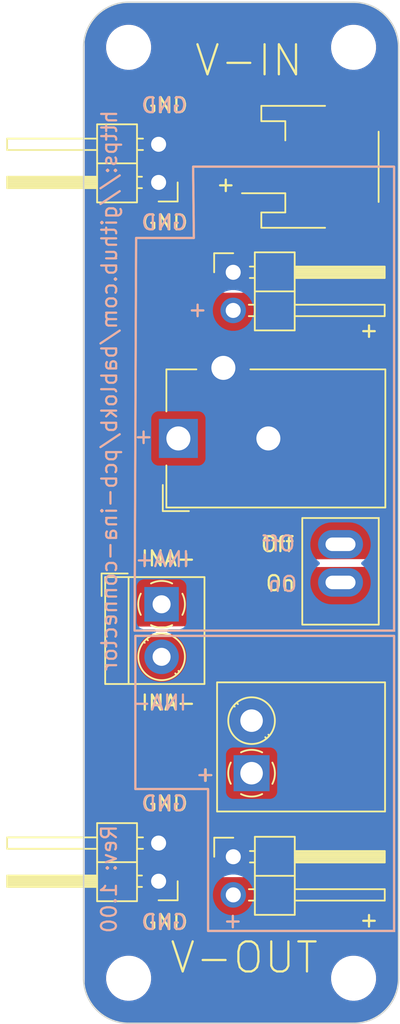
<source format=kicad_pcb>
(kicad_pcb (version 20221018) (generator pcbnew)
  (layers (0 "F.Cu" signal) (31 "B.Cu" signal) (34 "B.Paste" user) (35 "F.Paste" user) (36 "B.SilkS" user "B.Silkscreen") (37 "F.SilkS" user "F.Silkscreen") (38 "B.Mask" user) (39 "F.Mask" user) (44 "Edge.Cuts" user))
  (net 0 "")
  (net 1 "GND")
  (net 2 "Net-(J1-Pin_1)")
  (net 3 "Net-(J4-Pin_1)")
  (net 4 "Net-(J6-Pin_1)")
  (footprint "MountingHole:MountingHole_2.5mm" (layer "F.Cu") (at 118 115)
    (fp_text reference "H3" hide)
    (fp_text value "MountingHole" hide)
    (pad "" np_thru_hole circle (at 0 0) (size 2.5 2.5) (drill 2.5) (layers "*.Cu" "*.Mask"))
  )
  (footprint "MountingHole:MountingHole_2.5mm" (layer "F.Cu") (at 103 115)
    (fp_text reference "H4" hide)
    (fp_text value "MountingHole" hide)
    (pad "" np_thru_hole circle (at 0 0) (size 2.5 2.5) (drill 2.5) (layers "*.Cu" "*.Mask"))
  )
  (footprint "Connector_PinHeader_2.54mm:PinHeader_1x02_P2.54mm_Horizontal" (layer "F.Cu") (at 109.97868 106.91)
    (fp_text reference "J5" hide)
    (fp_text value "Vout Header*" hide)
    (fp_line (start -1.27 -1.27) (end 0 -1.27) (stroke (width 0.12)) (layer "F.SilkS"))
    (fp_line (start -1.27 0) (end -1.27 -1.27) (stroke (width 0.12)) (layer "F.SilkS"))
    (fp_line (start 1.042929 2.16) (end 1.44 2.16) (stroke (width 0.12)) (layer "F.SilkS"))
    (fp_line (start 1.042929 2.92) (end 1.44 2.92) (stroke (width 0.12)) (layer "F.SilkS"))
    (fp_line (start 1.11 -0.38) (end 1.44 -0.38) (stroke (width 0.12)) (layer "F.SilkS"))
    (fp_line (start 1.11 0.38) (end 1.44 0.38) (stroke (width 0.12)) (layer "F.SilkS"))
    (fp_line (start 1.44 -1.33) (end 1.44 3.87) (stroke (width 0.12)) (layer "F.SilkS"))
    (fp_line (start 1.44 1.27) (end 4.1 1.27) (stroke (width 0.12)) (layer "F.SilkS"))
    (fp_line (start 1.44 3.87) (end 4.1 3.87) (stroke (width 0.12)) (layer "F.SilkS"))
    (fp_line (start 4.1 -1.33) (end 1.44 -1.33) (stroke (width 0.12)) (layer "F.SilkS"))
    (fp_line (start 4.1 -0.38) (end 10.1 -0.38) (stroke (width 0.12)) (layer "F.SilkS"))
    (fp_line (start 4.1 -0.32) (end 10.1 -0.32) (stroke (width 0.12)) (layer "F.SilkS"))
    (fp_line (start 4.1 -0.2) (end 10.1 -0.2) (stroke (width 0.12)) (layer "F.SilkS"))
    (fp_line (start 4.1 -0.08) (end 10.1 -0.08) (stroke (width 0.12)) (layer "F.SilkS"))
    (fp_line (start 4.1 0.04) (end 10.1 0.04) (stroke (width 0.12)) (layer "F.SilkS"))
    (fp_line (start 4.1 0.16) (end 10.1 0.16) (stroke (width 0.12)) (layer "F.SilkS"))
    (fp_line (start 4.1 0.28) (end 10.1 0.28) (stroke (width 0.12)) (layer "F.SilkS"))
    (fp_line (start 4.1 2.16) (end 10.1 2.16) (stroke (width 0.12)) (layer "F.SilkS"))
    (fp_line (start 4.1 3.87) (end 4.1 -1.33) (stroke (width 0.12)) (layer "F.SilkS"))
    (fp_line (start 10.1 -0.38) (end 10.1 0.38) (stroke (width 0.12)) (layer "F.SilkS"))
    (fp_line (start 10.1 0.38) (end 4.1 0.38) (stroke (width 0.12)) (layer "F.SilkS"))
    (fp_line (start 10.1 2.16) (end 10.1 2.92) (stroke (width 0.12)) (layer "F.SilkS"))
    (fp_line (start 10.1 2.92) (end 4.1 2.92) (stroke (width 0.12)) (layer "F.SilkS"))
    (pad "1" thru_hole rect (at 0 0) (size 1.7 1.7) (drill 1) (layers "*.Cu" "*.Mask") (net 1 "GND"))
    (pad "2" thru_hole oval (at 0 2.54) (size 1.7 1.7) (drill 1) (layers "*.Cu" "*.Mask") (net 3 "Net-(J4-Pin_1)"))
  )
  (footprint "user:TerminalBlock_MetzConnect_Type182_PT11302HBBN_1x02_P3.50mm_Horizontal" (layer "F.Cu") (at 111.1989 101.34514 90)
    (fp_text reference "J4" hide)
    (fp_text value "Vout AKL" hide)
    (fp_line (start -2.55 -2.3) (end -2.55 8.9) (stroke (width 0.12)) (layer "F.SilkS"))
    (fp_line (start -2.55 -2.3) (end 6.05 -2.3) (stroke (width 0.12)) (layer "F.SilkS"))
    (fp_line (start -2.55 8.9) (end 6.05 8.9) (stroke (width 0.12)) (layer "F.SilkS"))
    (fp_line (start 2.397 0.914) (end 2.321 0.99) (stroke (width 0.12)) (layer "F.SilkS"))
    (fp_line (start 2.565 1.125) (end 2.511 1.18) (stroke (width 0.12)) (layer "F.SilkS"))
    (fp_line (start 4.49 -1.18) (end 4.436 -1.126) (stroke (width 0.12)) (layer "F.SilkS"))
    (fp_line (start 4.68 -0.99) (end 4.604 -0.914) (stroke (width 0.12)) (layer "F.SilkS"))
    (fp_line (start 6.05 -2.3) (end 6.05 8.9) (stroke (width 0.12)) (layer "F.SilkS"))
    (fp_arc (start -1.386645 0.705733) (mid -1.555906 -0.000711) (end -1.386 -0.707) (stroke (width 0.12)) (layer "F.SilkS"))
    (fp_arc (start -0.705733 -1.386645) (mid 0.000711 -1.555906) (end 0.707 -1.386) (stroke (width 0.12)) (layer "F.SilkS"))
    (fp_arc (start 0.026444 1.555682) (mid -0.350695 1.515869) (end -0.707 1.386) (stroke (width 0.12)) (layer "F.SilkS"))
    (fp_arc (start 0.705955 1.385515) (mid 0.363007 1.512035) (end 0 1.555) (stroke (width 0.12)) (layer "F.SilkS"))
    (fp_arc (start 1.386645 -0.705733) (mid 1.555906 0.000711) (end 1.386 0.707) (stroke (width 0.12)) (layer "F.SilkS"))
    (fp_circle (center 3.5 0) (end 5.055 0) (stroke (width 0.12)) (fill none) (layer "F.SilkS"))
    (pad "1" thru_hole rect (at 0 0 90) (size 2.4 2.4) (drill 1.5) (layers "*.Cu" "*.Mask") (net 3 "Net-(J4-Pin_1)"))
    (pad "2" thru_hole circle (at 3.5 0 90) (size 2.4 2.4) (drill 1.5) (layers "*.Cu" "*.Mask") (net 1 "GND"))
  )
  (footprint "user:TerminalBlock_MetzConnect_Type059_RT06302HBWC_1x02_P3.50mm_Horizontal" (layer "F.Cu") (at 105.19846 90.09486 -90)
    (fp_text reference "J6" hide)
    (fp_text value "Conn_INA" hide)
    (fp_line (start -2.05 2.26) (end -2.05 4) (stroke (width 0.12)) (layer "F.SilkS"))
    (fp_line (start -2.05 4) (end -0.55 4) (stroke (width 0.12)) (layer "F.SilkS"))
    (fp_line (start -1.81 -2.86) (end -1.81 3.76) (stroke (width 0.12)) (layer "F.SilkS"))
    (fp_line (start -1.81 -2.86) (end 5.31 -2.86) (stroke (width 0.12)) (layer "F.SilkS"))
    (fp_line (start -1.81 2.2) (end 5.31 2.2) (stroke (width 0.12)) (layer "F.SilkS"))
    (fp_line (start -1.81 3.76) (end 5.31 3.76) (stroke (width 0.12)) (layer "F.SilkS"))
    (fp_line (start 2.397 0.914) (end 2.321 0.99) (stroke (width 0.12)) (layer "F.SilkS"))
    (fp_line (start 2.565 1.125) (end 2.511 1.18) (stroke (width 0.12)) (layer "F.SilkS"))
    (fp_line (start 4.49 -1.18) (end 4.436 -1.126) (stroke (width 0.12)) (layer "F.SilkS"))
    (fp_line (start 4.68 -0.99) (end 4.604 -0.914) (stroke (width 0.12)) (layer "F.SilkS"))
    (fp_line (start 5.31 -2.86) (end 5.31 3.76) (stroke (width 0.12)) (layer "F.SilkS"))
    (fp_arc (start -1.386645 0.705733) (mid -1.555906 -0.000711) (end -1.386 -0.707) (stroke (width 0.12)) (layer "F.SilkS"))
    (fp_arc (start -0.705733 -1.386645) (mid 0.000711 -1.555906) (end 0.707 -1.386) (stroke (width 0.12)) (layer "F.SilkS"))
    (fp_arc (start 0.026444 1.555682) (mid -0.350695 1.515869) (end -0.707 1.386) (stroke (width 0.12)) (layer "F.SilkS"))
    (fp_arc (start 0.705955 1.385515) (mid 0.363007 1.512035) (end 0 1.555) (stroke (width 0.12)) (layer "F.SilkS"))
    (fp_arc (start 1.386645 -0.705733) (mid 1.555906 0.000711) (end 1.386 0.707) (stroke (width 0.12)) (layer "F.SilkS"))
    (fp_circle (center 3.5 0) (end 5.055 0) (stroke (width 0.12)) (fill none) (layer "F.SilkS"))
    (pad "1" thru_hole rect (at 0 0 270) (size 2.3 2.3) (drill 1.2) (layers "*.Cu" "*.Mask") (net 4 "Net-(J6-Pin_1)"))
    (pad "2" thru_hole circle (at 3.5 0 270) (size 2.3 2.3) (drill 1.2) (layers "*.Cu" "*.Mask") (net 3 "Net-(J4-Pin_1)"))
  )
  (footprint "Connector_PinHeader_2.54mm:PinHeader_1x02_P2.54mm_Horizontal" (layer "F.Cu") (at 105 62 180)
    (fp_text reference "J7" hide)
    (fp_text value "GND" hide)
    (fp_line (start -1.27 -1.27) (end 0 -1.27) (stroke (width 0.12)) (layer "F.SilkS"))
    (fp_line (start -1.27 0) (end -1.27 -1.27) (stroke (width 0.12)) (layer "F.SilkS"))
    (fp_line (start 1.042929 2.16) (end 1.44 2.16) (stroke (width 0.12)) (layer "F.SilkS"))
    (fp_line (start 1.042929 2.92) (end 1.44 2.92) (stroke (width 0.12)) (layer "F.SilkS"))
    (fp_line (start 1.11 -0.38) (end 1.44 -0.38) (stroke (width 0.12)) (layer "F.SilkS"))
    (fp_line (start 1.11 0.38) (end 1.44 0.38) (stroke (width 0.12)) (layer "F.SilkS"))
    (fp_line (start 1.44 -1.33) (end 1.44 3.87) (stroke (width 0.12)) (layer "F.SilkS"))
    (fp_line (start 1.44 1.27) (end 4.1 1.27) (stroke (width 0.12)) (layer "F.SilkS"))
    (fp_line (start 1.44 3.87) (end 4.1 3.87) (stroke (width 0.12)) (layer "F.SilkS"))
    (fp_line (start 4.1 -1.33) (end 1.44 -1.33) (stroke (width 0.12)) (layer "F.SilkS"))
    (fp_line (start 4.1 -0.38) (end 10.1 -0.38) (stroke (width 0.12)) (layer "F.SilkS"))
    (fp_line (start 4.1 -0.32) (end 10.1 -0.32) (stroke (width 0.12)) (layer "F.SilkS"))
    (fp_line (start 4.1 -0.2) (end 10.1 -0.2) (stroke (width 0.12)) (layer "F.SilkS"))
    (fp_line (start 4.1 -0.08) (end 10.1 -0.08) (stroke (width 0.12)) (layer "F.SilkS"))
    (fp_line (start 4.1 0.04) (end 10.1 0.04) (stroke (width 0.12)) (layer "F.SilkS"))
    (fp_line (start 4.1 0.16) (end 10.1 0.16) (stroke (width 0.12)) (layer "F.SilkS"))
    (fp_line (start 4.1 0.28) (end 10.1 0.28) (stroke (width 0.12)) (layer "F.SilkS"))
    (fp_line (start 4.1 2.16) (end 10.1 2.16) (stroke (width 0.12)) (layer "F.SilkS"))
    (fp_line (start 4.1 3.87) (end 4.1 -1.33) (stroke (width 0.12)) (layer "F.SilkS"))
    (fp_line (start 10.1 -0.38) (end 10.1 0.38) (stroke (width 0.12)) (layer "F.SilkS"))
    (fp_line (start 10.1 0.38) (end 4.1 0.38) (stroke (width 0.12)) (layer "F.SilkS"))
    (fp_line (start 10.1 2.16) (end 10.1 2.92) (stroke (width 0.12)) (layer "F.SilkS"))
    (fp_line (start 10.1 2.92) (end 4.1 2.92) (stroke (width 0.12)) (layer "F.SilkS"))
    (pad "1" thru_hole rect (at 0 0 180) (size 1.7 1.7) (drill 1) (layers "*.Cu" "*.Mask") (net 1 "GND"))
    (pad "2" thru_hole oval (at 0 2.54 180) (size 1.7 1.7) (drill 1) (layers "*.Cu" "*.Mask") (net 1 "GND"))
  )
  (footprint "user:BarrelJack_CUI_PJ-102AH_Horizontal" (layer "F.Cu") (at 106.31868 79.05 90)
    (fp_text reference "J3" hide)
    (fp_text value "Vin Barrel-Jack" hide)
    (fp_line (start -4.84 -1.04) (end -3.1 -1.04) (stroke (width 0.12)) (layer "F.SilkS"))
    (fp_line (start -4.84 0.7) (end -4.84 -1.04) (stroke (width 0.12)) (layer "F.SilkS"))
    (fp_line (start -4.6 -0.8) (end -1.8 -0.8) (stroke (width 0.12)) (layer "F.SilkS"))
    (fp_line (start -4.6 13.8) (end -4.6 -0.8) (stroke (width 0.12)) (layer "F.SilkS"))
    (fp_line (start 1.8 -0.8) (end 4.6 -0.8) (stroke (width 0.12)) (layer "F.SilkS"))
    (fp_line (start 4.6 -0.8) (end 4.6 1.2) (stroke (width 0.12)) (layer "F.SilkS"))
    (fp_line (start 4.6 4.8) (end 4.6 13.8) (stroke (width 0.12)) (layer "F.SilkS"))
    (fp_line (start 4.6 13.8) (end -4.6 13.8) (stroke (width 0.12)) (layer "F.SilkS"))
    (pad "1" thru_hole rect (at 0 0 90) (size 2.6 2.6) (drill 1.6) (layers "*.Cu" "*.Mask") (net 2 "Net-(J1-Pin_1)"))
    (pad "2" thru_hole circle (at 0 6 90) (size 2.6 2.6) (drill 1.6) (layers "*.Cu" "*.Mask") (net 1 "GND"))
    (pad "3" thru_hole circle (at 4.7 3 90) (size 2.6 2.6) (drill 1.6) (layers "*.Cu" "*.Mask") (net 1 "GND"))
  )
  (footprint "user:JST_PH_S2B-PH-SM4-TB_1x02-1MP_P2.00mm_Horizontal" (layer "F.Cu") (at 115.15868 60.96 90)
    (fp_text reference "J1" hide)
    (fp_text value "Vin JST-PH2" hide)
    (fp_line (start -4.06 -3.31) (end -3.04 -3.31) (stroke (width 0.12)) (layer "F.SilkS"))
    (fp_line (start -4.06 0.94) (end -4.06 -3.31) (stroke (width 0.12)) (layer "F.SilkS"))
    (fp_line (start -3.04 -3.31) (end -3.04 -1.71) (stroke (width 0.12)) (layer "F.SilkS"))
    (fp_line (start -3.04 -1.71) (end -1.76 -1.71) (stroke (width 0.12)) (layer "F.SilkS"))
    (fp_line (start -2.34 4.51) (end 2.34 4.51) (stroke (width 0.12)) (layer "F.SilkS"))
    (fp_line (start -1.76 -1.71) (end -1.76 -4.6) (stroke (width 0.12)) (layer "F.SilkS"))
    (fp_line (start 3.04 -3.31) (end 3.04 -1.71) (stroke (width 0.12)) (layer "F.SilkS"))
    (fp_line (start 3.04 -1.71) (end 1.76 -1.71) (stroke (width 0.12)) (layer "F.SilkS"))
    (fp_line (start 4.06 -3.31) (end 3.04 -3.31) (stroke (width 0.12)) (layer "F.SilkS"))
    (fp_line (start 4.06 0.94) (end 4.06 -3.31) (stroke (width 0.12)) (layer "F.SilkS"))
    (pad "1" smd roundrect (at -1 -2.85 90) (size 1 3.5) (layers "F.Cu" "F.Paste" "F.Mask") (net 2 "Net-(J1-Pin_1)"))
    (pad "2" smd roundrect (at 1 -2.85 90) (size 1 3.5) (layers "F.Cu" "F.Paste" "F.Mask") (net 1 "GND"))
    (pad "MP" smd roundrect (at -3.35 2.9 90) (size 1.5 3.4) (layers "F.Cu" "F.Paste" "F.Mask") (roundrect_rratio 0.1666673333))
    (pad "MP" smd roundrect (at 3.35 2.9 90) (size 1.5 3.4) (layers "F.Cu" "F.Paste" "F.Mask") (roundrect_rratio 0.1666673333))
  )
  (footprint "MountingHole:MountingHole_2.5mm" (layer "F.Cu") (at 103 53)
    (fp_text reference "H1" hide)
    (fp_text value "MountingHole" hide)
    (pad "" np_thru_hole circle (at 0 0) (size 2.5 2.5) (drill 2.5) (layers "*.Cu" "*.Mask"))
  )
  (footprint "Connector_PinHeader_2.54mm:PinHeader_1x02_P2.54mm_Horizontal" (layer "F.Cu") (at 109.97368 67.985)
    (fp_text reference "J2" hide)
    (fp_text value "Vin Header*" hide)
    (fp_line (start -1.27 -1.27) (end 0 -1.27) (stroke (width 0.12)) (layer "F.SilkS"))
    (fp_line (start -1.27 0) (end -1.27 -1.27) (stroke (width 0.12)) (layer "F.SilkS"))
    (fp_line (start 1.042929 2.16) (end 1.44 2.16) (stroke (width 0.12)) (layer "F.SilkS"))
    (fp_line (start 1.042929 2.92) (end 1.44 2.92) (stroke (width 0.12)) (layer "F.SilkS"))
    (fp_line (start 1.11 -0.38) (end 1.44 -0.38) (stroke (width 0.12)) (layer "F.SilkS"))
    (fp_line (start 1.11 0.38) (end 1.44 0.38) (stroke (width 0.12)) (layer "F.SilkS"))
    (fp_line (start 1.44 -1.33) (end 1.44 3.87) (stroke (width 0.12)) (layer "F.SilkS"))
    (fp_line (start 1.44 1.27) (end 4.1 1.27) (stroke (width 0.12)) (layer "F.SilkS"))
    (fp_line (start 1.44 3.87) (end 4.1 3.87) (stroke (width 0.12)) (layer "F.SilkS"))
    (fp_line (start 4.1 -1.33) (end 1.44 -1.33) (stroke (width 0.12)) (layer "F.SilkS"))
    (fp_line (start 4.1 -0.38) (end 10.1 -0.38) (stroke (width 0.12)) (layer "F.SilkS"))
    (fp_line (start 4.1 -0.32) (end 10.1 -0.32) (stroke (width 0.12)) (layer "F.SilkS"))
    (fp_line (start 4.1 -0.2) (end 10.1 -0.2) (stroke (width 0.12)) (layer "F.SilkS"))
    (fp_line (start 4.1 -0.08) (end 10.1 -0.08) (stroke (width 0.12)) (layer "F.SilkS"))
    (fp_line (start 4.1 0.04) (end 10.1 0.04) (stroke (width 0.12)) (layer "F.SilkS"))
    (fp_line (start 4.1 0.16) (end 10.1 0.16) (stroke (width 0.12)) (layer "F.SilkS"))
    (fp_line (start 4.1 0.28) (end 10.1 0.28) (stroke (width 0.12)) (layer "F.SilkS"))
    (fp_line (start 4.1 2.16) (end 10.1 2.16) (stroke (width 0.12)) (layer "F.SilkS"))
    (fp_line (start 4.1 3.87) (end 4.1 -1.33) (stroke (width 0.12)) (layer "F.SilkS"))
    (fp_line (start 10.1 -0.38) (end 10.1 0.38) (stroke (width 0.12)) (layer "F.SilkS"))
    (fp_line (start 10.1 0.38) (end 4.1 0.38) (stroke (width 0.12)) (layer "F.SilkS"))
    (fp_line (start 10.1 2.16) (end 10.1 2.92) (stroke (width 0.12)) (layer "F.SilkS"))
    (fp_line (start 10.1 2.92) (end 4.1 2.92) (stroke (width 0.12)) (layer "F.SilkS"))
    (pad "1" thru_hole rect (at 0 0) (size 1.7 1.7) (drill 1) (layers "*.Cu" "*.Mask") (net 1 "GND"))
    (pad "2" thru_hole oval (at 0 2.54) (size 1.7 1.7) (drill 1) (layers "*.Cu" "*.Mask") (net 2 "Net-(J1-Pin_1)"))
  )
  (footprint "user:Kippschalter_On-Off" (layer "F.Cu") (at 117.12868 86.1 -90)
    (fp_text reference "SW1" hide)
    (fp_text value "SW_SPST" hide)
    (fp_text user "Off" (at 0 4.2 unlocked) (layer "F.SilkS"))
    (fp_text user "On" (at 2.6 4 unlocked) (layer "F.SilkS"))
    (fp_rect (start -1.75 -2.55) (end 5.35 2.55) (stroke (width 0.12)) (fill none) (layer "F.SilkS"))
    (pad "1" thru_hole oval (at 0 0 270) (size 1.9 3) (drill oval 0.9 2) (layers "*.Cu" "*.Mask") (net 2 "Net-(J1-Pin_1)"))
    (pad "2" thru_hole oval (at 2.54 0 270) (size 1.9 3) (drill oval 0.9 2) (layers "*.Cu" "*.Mask") (net 4 "Net-(J6-Pin_1)"))
  )
  (footprint "Connector_PinHeader_2.54mm:PinHeader_1x02_P2.54mm_Horizontal" (layer "F.Cu") (at 105 108.54 180)
    (fp_text reference "J8" hide)
    (fp_text value "GND" hide)
    (fp_line (start -1.27 -1.27) (end 0 -1.27) (stroke (width 0.12)) (layer "F.SilkS"))
    (fp_line (start -1.27 0) (end -1.27 -1.27) (stroke (width 0.12)) (layer "F.SilkS"))
    (fp_line (start 1.042929 2.16) (end 1.44 2.16) (stroke (width 0.12)) (layer "F.SilkS"))
    (fp_line (start 1.042929 2.92) (end 1.44 2.92) (stroke (width 0.12)) (layer "F.SilkS"))
    (fp_line (start 1.11 -0.38) (end 1.44 -0.38) (stroke (width 0.12)) (layer "F.SilkS"))
    (fp_line (start 1.11 0.38) (end 1.44 0.38) (stroke (width 0.12)) (layer "F.SilkS"))
    (fp_line (start 1.44 -1.33) (end 1.44 3.87) (stroke (width 0.12)) (layer "F.SilkS"))
    (fp_line (start 1.44 1.27) (end 4.1 1.27) (stroke (width 0.12)) (layer "F.SilkS"))
    (fp_line (start 1.44 3.87) (end 4.1 3.87) (stroke (width 0.12)) (layer "F.SilkS"))
    (fp_line (start 4.1 -1.33) (end 1.44 -1.33) (stroke (width 0.12)) (layer "F.SilkS"))
    (fp_line (start 4.1 -0.38) (end 10.1 -0.38) (stroke (width 0.12)) (layer "F.SilkS"))
    (fp_line (start 4.1 -0.32) (end 10.1 -0.32) (stroke (width 0.12)) (layer "F.SilkS"))
    (fp_line (start 4.1 -0.2) (end 10.1 -0.2) (stroke (width 0.12)) (layer "F.SilkS"))
    (fp_line (start 4.1 -0.08) (end 10.1 -0.08) (stroke (width 0.12)) (layer "F.SilkS"))
    (fp_line (start 4.1 0.04) (end 10.1 0.04) (stroke (width 0.12)) (layer "F.SilkS"))
    (fp_line (start 4.1 0.16) (end 10.1 0.16) (stroke (width 0.12)) (layer "F.SilkS"))
    (fp_line (start 4.1 0.28) (end 10.1 0.28) (stroke (width 0.12)) (layer "F.SilkS"))
    (fp_line (start 4.1 2.16) (end 10.1 2.16) (stroke (width 0.12)) (layer "F.SilkS"))
    (fp_line (start 4.1 3.87) (end 4.1 -1.33) (stroke (width 0.12)) (layer "F.SilkS"))
    (fp_line (start 10.1 -0.38) (end 10.1 0.38) (stroke (width 0.12)) (layer "F.SilkS"))
    (fp_line (start 10.1 0.38) (end 4.1 0.38) (stroke (width 0.12)) (layer "F.SilkS"))
    (fp_line (start 10.1 2.16) (end 10.1 2.92) (stroke (width 0.12)) (layer "F.SilkS"))
    (fp_line (start 10.1 2.92) (end 4.1 2.92) (stroke (width 0.12)) (layer "F.SilkS"))
    (pad "1" thru_hole rect (at 0 0 180) (size 1.7 1.7) (drill 1) (layers "*.Cu" "*.Mask") (net 1 "GND"))
    (pad "2" thru_hole oval (at 0 2.54 180) (size 1.7 1.7) (drill 1) (layers "*.Cu" "*.Mask") (net 1 "GND"))
  )
  (footprint "MountingHole:MountingHole_2.5mm" (layer "F.Cu") (at 118 53)
    (fp_text reference "H2" hide)
    (fp_text value "MountingHole" hide)
    (pad "" np_thru_hole circle (at 0 0) (size 2.5 2.5) (drill 2.5) (layers "*.Cu" "*.Mask"))
  )
  (gr_poly (pts (xy 120.7 92.2) (xy 103.45 92.2) (xy 103.45 102.4) (xy 108.3 102.4) (xy 108.3 111.85) (xy 120.7 111.85)) (stroke (width 0.15)) (fill none) (layer "B.SilkS"))
  (gr_poly (pts (xy 120.7 60.95) (xy 107.3 60.95) (xy 107.35 65.7) (xy 103.5 65.7) (xy 103.4 91.85) (xy 120.7 91.85)) (stroke (width 0.15)) (fill none) (layer "B.SilkS"))
  (gr_poly (pts (xy 120.7 60.95) (xy 107.3 60.95) (xy 107.35 65.7) (xy 103.5 65.7) (xy 103.4 91.85) (xy 120.7 91.85)) (stroke (width 0.15)) (fill none) (layer "F.SilkS"))
  (gr_poly (pts (xy 120.7 92.2) (xy 103.45 92.2) (xy 103.45 102.4) (xy 108.3 102.4) (xy 108.3 111.85) (xy 120.7 111.85)) (stroke (width 0.15)) (fill none) (layer "F.SilkS"))
  (gr_line (start 121 53) (end 121 115) (stroke (width 0.1)) (layer "Edge.Cuts"))
  (gr_arc (start 121 115) (mid 120.121323 117.121323) (end 118 118) (stroke (width 0.1)) (layer "Edge.Cuts"))
  (gr_arc (start 100 52.999999) (mid 100.878677 50.878676) (end 103 49.999999) (stroke (width 0.1)) (layer "Edge.Cuts"))
  (gr_arc (start 118 50) (mid 120.12132 50.87868) (end 121 53) (stroke (width 0.1)) (layer "Edge.Cuts"))
  (gr_line (start 100 53) (end 100 115) (stroke (width 0.1)) (layer "Edge.Cuts"))
  (gr_line (start 103 50) (end 118 50) (stroke (width 0.1)) (layer "Edge.Cuts"))
  (gr_line (start 118 118) (end 103 118) (stroke (width 0.1)) (layer "Edge.Cuts"))
  (gr_arc (start 103 118) (mid 100.878673 117.121327) (end 100 115) (stroke (width 0.1)) (layer "Edge.Cuts"))
  (gr_text "+" (at 109.95 111.15) (layer "B.SilkS") (effects (font (size 1 1)) (justify mirror)))
  (gr_text "GND" (at 106.997618 57.45) (layer "B.SilkS") (effects (font (size 1 1)) (justify left bottom mirror)))
  (gr_text "Rev: 1.00" (at 101.69825 104.7 90) (layer "B.SilkS") (effects (font (size 1 1)) (justify left mirror)))
  (gr_text "GND" (at 106.997618 65.25) (layer "B.SilkS") (effects (font (size 1 1)) (justify left bottom mirror)))
  (gr_text "INA-" (at 105.05 96.65) (layer "B.SilkS") (effects (font (size 1 1)) (justify mirror)))
  (gr_text "https://github.com/bablokb/pcb-ina-connector" (at 102.3 57.1 90) (layer "B.SilkS") (effects (font (size 1 1)) (justify left bottom mirror)))
  (gr_text "INA+" (at 105.25 87.1) (layer "B.SilkS") (effects (font (size 1 1)) (justify mirror)))
  (gr_text "Off" (at 113 86.05) (layer "B.SilkS") (effects (font (size 1 1)) (justify mirror)))
  (gr_text "+" (at 104 78.9) (layer "B.SilkS") (effects (font (size 1 1)) (justify mirror)))
  (gr_text "On" (at 113.25 88.75) (layer "B.SilkS") (effects (font (size 1 1)) (justify mirror)))
  (gr_text "+" (at 108.1 101.4) (layer "B.SilkS") (effects (font (size 1 1)) (justify mirror)))
  (gr_text "GND" (at 106.997618 111.85) (layer "B.SilkS") (effects (font (size 1 1)) (justify left bottom mirror)))
  (gr_text "+" (at 107.6 70.45) (layer "B.SilkS") (effects (font (size 1 1)) (justify mirror)))
  (gr_text "GND" (at 106.997618 103.95) (layer "B.SilkS") (effects (font (size 1 1)) (justify left bottom mirror)))
  (gr_text "INA-" (at 105.65 96.65) (layer "F.SilkS") (effects (font (size 1 1))))
  (gr_text "+" (at 119.02868 71.83) (layer "F.SilkS") (effects (font (size 1 1))))
  (gr_text "+" (at 104 78.9) (layer "F.SilkS") (effects (font (size 1 1))))
  (gr_text "GND" (at 103.8 65.25) (layer "F.SilkS") (effects (font (size 1 1)) (justify left bottom)))
  (gr_text "GND" (at 103.8 57.45) (layer "F.SilkS") (effects (font (size 1 1)) (justify left bottom)))
  (gr_text "INA+" (at 105.65 87.05) (layer "F.SilkS") (effects (font (size 1 1))))
  (gr_text "GND" (at 103.8 103.95) (layer "F.SilkS") (effects (font (size 1 1)) (justify left bottom)))
  (gr_text "+" (at 108.12868 101.4) (layer "F.SilkS") (effects (font (size 1 1))))
  (gr_text "+" (at 109.95 111.15) (layer "F.SilkS") (effects (font (size 1 1))))
  (gr_text "+" (at 119.02868 111.1) (layer "F.SilkS") (effects (font (size 1 1))))
  (gr_text "V-IN" (at 107.3 55.05) (layer "F.SilkS") (effects (font (size 2 2)) (justify left bottom)))
  (gr_text "V-OUT" (at 105.65 114.8) (layer "F.SilkS") (effects (font (size 2 2)) (justify left bottom)))
  (gr_text "+" (at 107.6 70.45) (layer "F.SilkS") (effects (font (size 1 1))))
  (gr_text "GND" (at 103.8 111.85) (layer "F.SilkS") (effects (font (size 1 1)) (justify left bottom)))
  (gr_text "+" (at 109.47868 62.12) (layer "F.SilkS") (effects (font (size 1 1))))
  (zone (net 2) (net_name "Net-(J1-Pin_1)") (layer "F.Cu") (priority 4) (connect_pads yes (clearance 0.508)) (min_thickness 0.25) (fill yes (thermal_gap 0.5) (thermal_bridge_width 0.5))
    (polygon (pts (xy 103.45 65) (xy 107.3 65) (xy 107.3 60.95) (xy 120.12868 60.95) (xy 120.02868 87.4) (xy 103.62868 87.3) (xy 103.52868 86.1)))
  )
  (zone (net 4) (net_name "Net-(J6-Pin_1)") (layer "F.Cu") (priority 4) (connect_pads yes (clearance 0.508)) (min_thickness 0.25) (fill yes (thermal_gap 0.5) (thermal_bridge_width 0.5))
    (polygon (pts (xy 120.07868 87.6) (xy 103.07868 87.65) (xy 103.07868 91.85) (xy 120.02868 91.7)))
  )
  (zone (net 3) (net_name "Net-(J4-Pin_1)") (layer "F.Cu") (priority 4) (connect_pads yes (clearance 0.508)) (min_thickness 0.25) (fill yes (thermal_gap 0.5) (thermal_bridge_width 0.5))
    (polygon (pts (xy 119.892238 91.997411) (xy 102.942238 92.097411) (xy 103.05 104.25) (xy 106.85 104.25) (xy 106.713558 111.847411) (xy 119.692238 111.847411)))
  )
  (zone (net 1) (net_name "GND") (layers "F&B.Cu") (priority 2) (connect_pads yes (clearance 0.508)) (min_thickness 0.25) (fill yes (thermal_gap 0.5) (thermal_bridge_width 0.5))
    (polygon (pts (xy 100.07868 49.85) (xy 121.1 50) (xy 121.05 118.05) (xy 100.07868 118.05)))
  )
)
</source>
